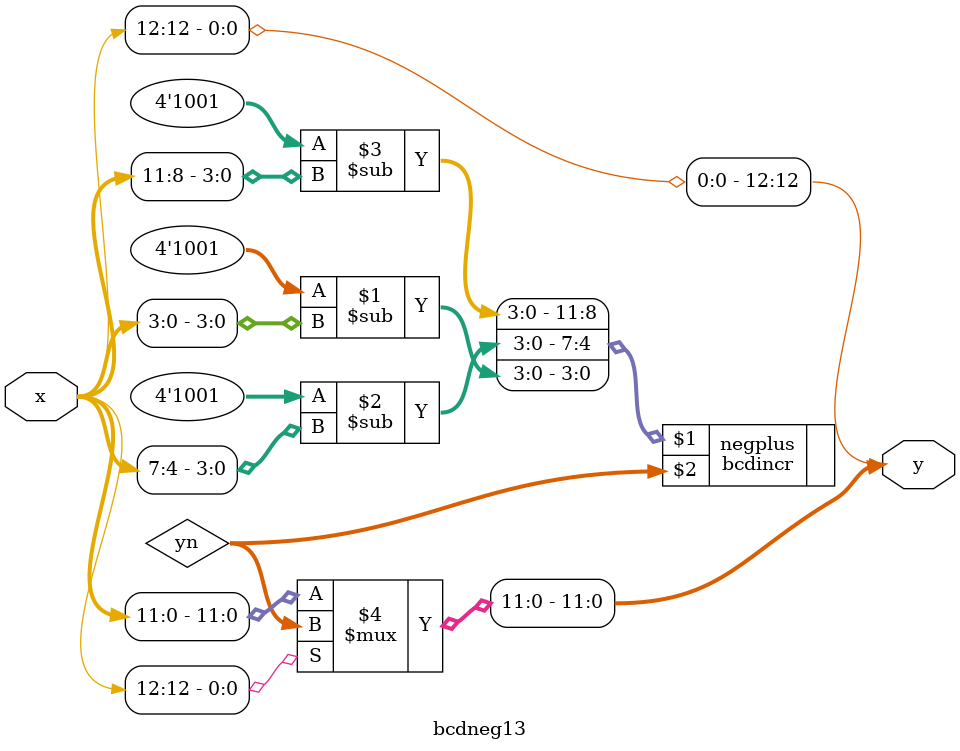
<source format=v>
`timescale 1ns / 1ps
/* Find 9's compliment number 17 and 13 bit versions */
/* These pass positive numbers unchanged but convert negative ones or
   if you pass in a 9's compliment # you get the vtach format number
	back */

module bcdneg17(
    input [16:0] x,
    output [16:0] y
    );
 wire [15:0] yn;
 assign y[16]=x[16];
 bcdincr negplus({4'h9-x[15:12], 4'h9-x[11:8], 4'h9-x[7:4], 4'h9-x[3:0]},yn);
 assign y[15:0]=(x[16])?yn:x[15:0];
endmodule


module bcdneg13(input [12:0] x, output [12:0] y);
 wire [11:0] yn;
 assign y[12]=x[12];
 bcdincr negplus({ 4'h9-x[11:8], 4'h9-x[7:4], 4'h9-x[3:0]}, yn);
 assign y[11:0]=(x[12])?yn:x[11:0];
endmodule
</source>
